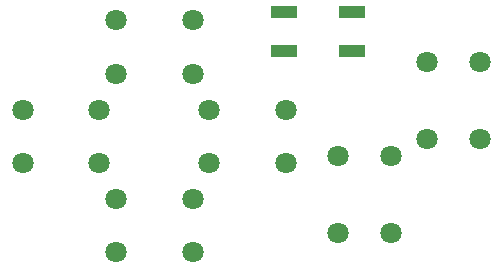
<source format=gtp>
G04 #@! TF.GenerationSoftware,KiCad,Pcbnew,9.0.6*
G04 #@! TF.CreationDate,2025-11-17T18:11:24+05:30*
G04 #@! TF.ProjectId,BloodHound_VENOM,426c6f6f-6448-46f7-956e-645f56454e4f,1*
G04 #@! TF.SameCoordinates,Original*
G04 #@! TF.FileFunction,Paste,Top*
G04 #@! TF.FilePolarity,Positive*
%FSLAX46Y46*%
G04 Gerber Fmt 4.6, Leading zero omitted, Abs format (unit mm)*
G04 Created by KiCad (PCBNEW 9.0.6) date 2025-11-17 18:11:24*
%MOMM*%
%LPD*%
G01*
G04 APERTURE LIST*
%ADD10C,1.800000*%
%ADD11R,2.250000X1.000000*%
G04 APERTURE END LIST*
D10*
X139240000Y-112010000D03*
X132740000Y-112010000D03*
X139240000Y-116510000D03*
X132740000Y-116510000D03*
X159450000Y-115950000D03*
X159450000Y-122450000D03*
X163950000Y-115950000D03*
X163950000Y-122450000D03*
X166950000Y-107950000D03*
X166950000Y-114450000D03*
X171450000Y-107950000D03*
X171450000Y-114450000D03*
X147150000Y-119550000D03*
X140650000Y-119550000D03*
X147150000Y-124050000D03*
X140650000Y-124050000D03*
X147150000Y-104450000D03*
X140650000Y-104450000D03*
X147150000Y-108950000D03*
X140650000Y-108950000D03*
X155040000Y-112010000D03*
X148540000Y-112010000D03*
X155040000Y-116510000D03*
X148540000Y-116510000D03*
D11*
X154875000Y-103750000D03*
X154875000Y-107050000D03*
X160625000Y-107050000D03*
X160625000Y-103750000D03*
M02*

</source>
